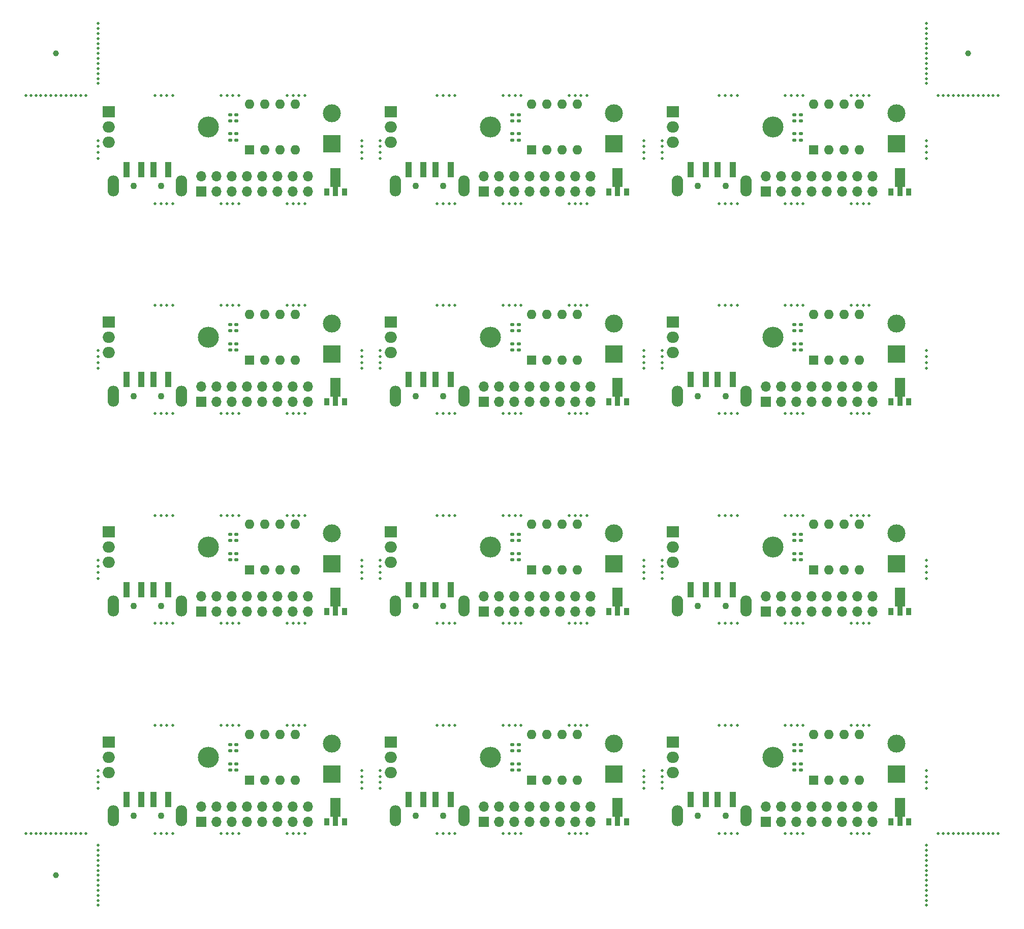
<source format=gts>
%TF.GenerationSoftware,KiCad,Pcbnew,6.0.2*%
%TF.CreationDate,2022-03-13T21:00:17+01:00*%
%TF.ProjectId,panelized,70616e65-6c69-47a6-9564-2e6b69636164,rev?*%
%TF.SameCoordinates,Original*%
%TF.FileFunction,Soldermask,Top*%
%TF.FilePolarity,Negative*%
%FSLAX46Y46*%
G04 Gerber Fmt 4.6, Leading zero omitted, Abs format (unit mm)*
G04 Created by KiCad (PCBNEW 6.0.2) date 2022-03-13 21:00:17*
%MOMM*%
%LPD*%
G01*
G04 APERTURE LIST*
G04 Aperture macros list*
%AMRoundRect*
0 Rectangle with rounded corners*
0 $1 Rounding radius*
0 $2 $3 $4 $5 $6 $7 $8 $9 X,Y pos of 4 corners*
0 Add a 4 corners polygon primitive as box body*
4,1,4,$2,$3,$4,$5,$6,$7,$8,$9,$2,$3,0*
0 Add four circle primitives for the rounded corners*
1,1,$1+$1,$2,$3*
1,1,$1+$1,$4,$5*
1,1,$1+$1,$6,$7*
1,1,$1+$1,$8,$9*
0 Add four rect primitives between the rounded corners*
20,1,$1+$1,$2,$3,$4,$5,0*
20,1,$1+$1,$4,$5,$6,$7,0*
20,1,$1+$1,$6,$7,$8,$9,0*
20,1,$1+$1,$8,$9,$2,$3,0*%
%AMFreePoly0*
4,1,9,3.862500,-0.866500,0.737500,-0.866500,0.737500,-0.450000,-0.737500,-0.450000,-0.737500,0.450000,0.737500,0.450000,0.737500,0.866500,3.862500,0.866500,3.862500,-0.866500,3.862500,-0.866500,$1*%
G04 Aperture macros list end*
%ADD10C,0.500000*%
%ADD11RoundRect,0.135000X0.185000X-0.135000X0.185000X0.135000X-0.185000X0.135000X-0.185000X-0.135000X0*%
%ADD12R,0.900000X1.300000*%
%ADD13FreePoly0,90.000000*%
%ADD14O,3.500000X3.500000*%
%ADD15R,2.000000X1.905000*%
%ADD16O,2.000000X1.905000*%
%ADD17C,1.100000*%
%ADD18R,1.100000X2.500000*%
%ADD19O,1.900000X3.500000*%
%ADD20C,1.000000*%
%ADD21RoundRect,0.135000X-0.185000X0.135000X-0.185000X-0.135000X0.185000X-0.135000X0.185000X0.135000X0*%
%ADD22R,1.700000X1.700000*%
%ADD23O,1.700000X1.700000*%
%ADD24R,1.600000X1.600000*%
%ADD25O,1.600000X1.600000*%
%ADD26R,3.000000X3.000000*%
%ADD27C,3.000000*%
G04 APERTURE END LIST*
D10*
%TO.C,REF\u002A\u002A*%
X28000997Y-33999498D03*
%TD*%
%TO.C,REF\u002A\u002A*%
X28000997Y-29832414D03*
%TD*%
%TO.C,REF\u002A\u002A*%
X39500497Y-58998999D03*
%TD*%
%TO.C,REF\u002A\u002A*%
X75001002Y-121500003D03*
%TD*%
%TO.C,REF\u002A\u002A*%
X133500502Y-76001002D03*
%TD*%
%TO.C,REF\u002A\u002A*%
X109499502Y-128999006D03*
%TD*%
%TO.C,REF\u002A\u002A*%
X98500002Y-58998998D03*
%TD*%
%TO.C,REF\u002A\u002A*%
X165999020Y-173500762D03*
%TD*%
D11*
%TO.C,R3*%
X145100011Y-115200008D03*
X145100011Y-114180008D03*
%TD*%
D10*
%TO.C,REF\u002A\u002A*%
X24335163Y-41000998D03*
%TD*%
%TO.C,REF\u002A\u002A*%
X165999020Y-166833428D03*
%TD*%
%TO.C,REF\u002A\u002A*%
X95500002Y-41000998D03*
%TD*%
%TO.C,REF\u002A\u002A*%
X50499998Y-58998998D03*
%TD*%
%TO.C,REF\u002A\u002A*%
X59499499Y-41000999D03*
%TD*%
%TO.C,REF\u002A\u002A*%
X28000997Y-34832914D03*
%TD*%
D12*
%TO.C,U3*%
X160100011Y-127050008D03*
D13*
X161600011Y-126962508D03*
D12*
X163100011Y-127050008D03*
%TD*%
D10*
%TO.C,REF\u002A\u002A*%
X86500501Y-128999001D03*
%TD*%
%TO.C,REF\u002A\u002A*%
X86500501Y-58998999D03*
%TD*%
%TO.C,REF\u002A\u002A*%
X122001005Y-120500003D03*
%TD*%
%TO.C,REF\u002A\u002A*%
X165999006Y-48499999D03*
%TD*%
D11*
%TO.C,R4*%
X97050004Y-80200003D03*
X97050004Y-79180003D03*
%TD*%
D14*
%TO.C,U2*%
X93430004Y-116290008D03*
D15*
X76770004Y-113750008D03*
D16*
X76770004Y-116290008D03*
X76770004Y-118830008D03*
%TD*%
D10*
%TO.C,REF\u002A\u002A*%
X21834913Y-41000998D03*
%TD*%
D17*
%TO.C,J3*%
X85550004Y-161100013D03*
X80950004Y-161100013D03*
D18*
X86750004Y-158350013D03*
X84250004Y-158350013D03*
X82250004Y-158350013D03*
X79750004Y-158350013D03*
D19*
X88950004Y-161100013D03*
X77550004Y-161100013D03*
%TD*%
D10*
%TO.C,REF\u002A\u002A*%
X165999005Y-49499999D03*
%TD*%
%TO.C,REF\u002A\u002A*%
X51499998Y-163999006D03*
%TD*%
%TO.C,REF\u002A\u002A*%
X169664843Y-41000998D03*
%TD*%
%TO.C,REF\u002A\u002A*%
X122001006Y-51499999D03*
%TD*%
%TO.C,REF\u002A\u002A*%
X71998998Y-49499999D03*
%TD*%
%TO.C,REF\u002A\u002A*%
X84500501Y-128999001D03*
%TD*%
%TO.C,REF\u002A\u002A*%
X28000997Y-168500262D03*
%TD*%
D20*
%TO.C,REF\u002A\u002A*%
X21000997Y-33998998D03*
%TD*%
D10*
%TO.C,REF\u002A\u002A*%
X98500002Y-76001001D03*
%TD*%
D17*
%TO.C,J3*%
X33949997Y-91100003D03*
X38549997Y-91100003D03*
D18*
X39749997Y-88350003D03*
X37249997Y-88350003D03*
X35249997Y-88350003D03*
X32749997Y-88350003D03*
D19*
X41949997Y-91100003D03*
X30549997Y-91100003D03*
%TD*%
D10*
%TO.C,REF\u002A\u002A*%
X51499998Y-93999001D03*
%TD*%
%TO.C,REF\u002A\u002A*%
X165999005Y-84500001D03*
%TD*%
%TO.C,REF\u002A\u002A*%
X97500002Y-76001001D03*
%TD*%
%TO.C,REF\u002A\u002A*%
X118999002Y-84500001D03*
%TD*%
D11*
%TO.C,R3*%
X51099997Y-80200003D03*
X51099997Y-79180003D03*
%TD*%
D10*
%TO.C,REF\u002A\u002A*%
X38500497Y-76001002D03*
%TD*%
D14*
%TO.C,U2*%
X46429997Y-151290013D03*
D15*
X29769997Y-148750013D03*
D16*
X29769997Y-151290013D03*
X29769997Y-153830013D03*
%TD*%
D10*
%TO.C,REF\u002A\u002A*%
X28000997Y-171833928D03*
%TD*%
%TO.C,REF\u002A\u002A*%
X153499508Y-76001000D03*
%TD*%
%TO.C,REF\u002A\u002A*%
X39500497Y-111001006D03*
%TD*%
%TO.C,REF\u002A\u002A*%
X154499508Y-93999002D03*
%TD*%
%TO.C,REF\u002A\u002A*%
X28000997Y-166833428D03*
%TD*%
%TO.C,REF\u002A\u002A*%
X86500501Y-146001010D03*
%TD*%
%TO.C,REF\u002A\u002A*%
X155499508Y-76001000D03*
%TD*%
%TO.C,REF\u002A\u002A*%
X143500005Y-41000998D03*
%TD*%
%TO.C,REF\u002A\u002A*%
X133500502Y-58998999D03*
%TD*%
D11*
%TO.C,R3*%
X98100004Y-115200008D03*
X98100004Y-114180008D03*
%TD*%
D21*
%TO.C,R1*%
X97050004Y-82390003D03*
X97050004Y-83410003D03*
%TD*%
D11*
%TO.C,R4*%
X97050004Y-45199998D03*
X97050004Y-44179998D03*
%TD*%
D10*
%TO.C,REF\u002A\u002A*%
X175498760Y-163999015D03*
%TD*%
D21*
%TO.C,R1*%
X50049997Y-47389998D03*
X50049997Y-48409998D03*
%TD*%
D10*
%TO.C,REF\u002A\u002A*%
X50499998Y-93999001D03*
%TD*%
%TO.C,REF\u002A\u002A*%
X85500501Y-146001010D03*
%TD*%
%TO.C,REF\u002A\u002A*%
X28000997Y-33166081D03*
%TD*%
%TO.C,REF\u002A\u002A*%
X131500502Y-58998999D03*
%TD*%
D22*
%TO.C,J1*%
X45249997Y-92045003D03*
D23*
X45249997Y-89505003D03*
X47789997Y-92045003D03*
X47789997Y-89505003D03*
X50329997Y-92045003D03*
X50329997Y-89505003D03*
X52869997Y-92045003D03*
X52869997Y-89505003D03*
X55409997Y-92045003D03*
X55409997Y-89505003D03*
X57949997Y-92045003D03*
X57949997Y-89505003D03*
X60489997Y-92045003D03*
X60489997Y-89505003D03*
X63029997Y-92045003D03*
X63029997Y-89505003D03*
%TD*%
D21*
%TO.C,R1*%
X97050004Y-117390008D03*
X97050004Y-118410008D03*
%TD*%
D10*
%TO.C,REF\u002A\u002A*%
X62499499Y-163999010D03*
%TD*%
%TO.C,REF\u002A\u002A*%
X95500002Y-146001007D03*
%TD*%
D21*
%TO.C,R2*%
X98100004Y-47389998D03*
X98100004Y-48409998D03*
%TD*%
D10*
%TO.C,REF\u002A\u002A*%
X28000997Y-30665831D03*
%TD*%
%TO.C,REF\u002A\u002A*%
X122001004Y-83500001D03*
%TD*%
D12*
%TO.C,U3*%
X66099997Y-92050003D03*
D13*
X67599997Y-91962503D03*
D12*
X69099997Y-92050003D03*
%TD*%
D10*
%TO.C,REF\u002A\u002A*%
X28000998Y-120500003D03*
%TD*%
D22*
%TO.C,J1*%
X92250004Y-127045008D03*
D23*
X92250004Y-124505008D03*
X94790004Y-127045008D03*
X94790004Y-124505008D03*
X97330004Y-127045008D03*
X97330004Y-124505008D03*
X99870004Y-127045008D03*
X99870004Y-124505008D03*
X102410004Y-127045008D03*
X102410004Y-124505008D03*
X104950004Y-127045008D03*
X104950004Y-124505008D03*
X107490004Y-127045008D03*
X107490004Y-124505008D03*
X110030004Y-127045008D03*
X110030004Y-124505008D03*
%TD*%
D10*
%TO.C,REF\u002A\u002A*%
X118999002Y-83500001D03*
%TD*%
D21*
%TO.C,R2*%
X51099997Y-152390013D03*
X51099997Y-153410013D03*
%TD*%
D10*
%TO.C,REF\u002A\u002A*%
X145500005Y-76001001D03*
%TD*%
%TO.C,REF\u002A\u002A*%
X95500002Y-111001004D03*
%TD*%
%TO.C,REF\u002A\u002A*%
X28000998Y-155500006D03*
%TD*%
%TO.C,REF\u002A\u002A*%
X61499499Y-93999002D03*
%TD*%
%TO.C,REF\u002A\u002A*%
X39500497Y-76001002D03*
%TD*%
D24*
%TO.C,U1*%
X147247011Y-85093003D03*
D25*
X149787011Y-85093003D03*
X152327011Y-85093003D03*
X154867011Y-85093003D03*
X154867011Y-77473003D03*
X152327011Y-77473003D03*
X149787011Y-77473003D03*
X147247011Y-77473003D03*
%TD*%
D10*
%TO.C,REF\u002A\u002A*%
X165999020Y-34832914D03*
%TD*%
%TO.C,REF\u002A\u002A*%
X134500502Y-163999003D03*
%TD*%
%TO.C,REF\u002A\u002A*%
X172165093Y-41000998D03*
%TD*%
%TO.C,REF\u002A\u002A*%
X144500005Y-146001006D03*
%TD*%
%TO.C,REF\u002A\u002A*%
X122001005Y-154500006D03*
%TD*%
D17*
%TO.C,J3*%
X85550004Y-56099998D03*
X80950004Y-56099998D03*
D18*
X86750004Y-53349998D03*
X84250004Y-53349998D03*
X82250004Y-53349998D03*
X79750004Y-53349998D03*
D19*
X77550004Y-56099998D03*
X88950004Y-56099998D03*
%TD*%
D10*
%TO.C,REF\u002A\u002A*%
X165999006Y-153500006D03*
%TD*%
D21*
%TO.C,R2*%
X145100011Y-82390003D03*
X145100011Y-83410003D03*
%TD*%
D10*
%TO.C,REF\u002A\u002A*%
X86500501Y-163999002D03*
%TD*%
%TO.C,REF\u002A\u002A*%
X143500005Y-111001004D03*
%TD*%
%TO.C,REF\u002A\u002A*%
X38500497Y-146001010D03*
%TD*%
%TO.C,REF\u002A\u002A*%
X71998998Y-50499999D03*
%TD*%
%TO.C,REF\u002A\u002A*%
X156499508Y-163999010D03*
%TD*%
%TO.C,REF\u002A\u002A*%
X50499998Y-128999004D03*
%TD*%
D11*
%TO.C,R4*%
X97050004Y-150200013D03*
X97050004Y-149180013D03*
%TD*%
D10*
%TO.C,REF\u002A\u002A*%
X28000997Y-173500762D03*
%TD*%
%TO.C,REF\u002A\u002A*%
X122001005Y-155500006D03*
%TD*%
%TO.C,REF\u002A\u002A*%
X168831426Y-41000998D03*
%TD*%
%TO.C,REF\u002A\u002A*%
X170498260Y-163999015D03*
%TD*%
%TO.C,REF\u002A\u002A*%
X98500002Y-41000999D03*
%TD*%
%TO.C,REF\u002A\u002A*%
X171331676Y-163999015D03*
%TD*%
%TO.C,REF\u002A\u002A*%
X165999020Y-174334178D03*
%TD*%
D22*
%TO.C,J1*%
X92250004Y-162045013D03*
D23*
X92250004Y-159505013D03*
X94790004Y-162045013D03*
X94790004Y-159505013D03*
X97330004Y-162045013D03*
X97330004Y-159505013D03*
X99870004Y-162045013D03*
X99870004Y-159505013D03*
X102410004Y-162045013D03*
X102410004Y-159505013D03*
X104950004Y-162045013D03*
X104950004Y-159505013D03*
X107490004Y-162045013D03*
X107490004Y-159505013D03*
X110030004Y-162045013D03*
X110030004Y-159505013D03*
%TD*%
D10*
%TO.C,REF\u002A\u002A*%
X174665343Y-163999015D03*
%TD*%
%TO.C,REF\u002A\u002A*%
X26001997Y-163999015D03*
%TD*%
%TO.C,REF\u002A\u002A*%
X40500497Y-41000998D03*
%TD*%
%TO.C,REF\u002A\u002A*%
X84500501Y-163999002D03*
%TD*%
%TO.C,REF\u002A\u002A*%
X28000997Y-172667345D03*
%TD*%
%TO.C,REF\u002A\u002A*%
X62499499Y-146001002D03*
%TD*%
D12*
%TO.C,U3*%
X160100011Y-57049998D03*
D13*
X161600011Y-56962498D03*
D12*
X163100011Y-57049998D03*
%TD*%
D10*
%TO.C,REF\u002A\u002A*%
X154499508Y-76001000D03*
%TD*%
%TO.C,REF\u002A\u002A*%
X143500005Y-146001006D03*
%TD*%
D26*
%TO.C,J2*%
X66999997Y-154080013D03*
D27*
X66999997Y-149000013D03*
%TD*%
D10*
%TO.C,REF\u002A\u002A*%
X61499499Y-146001002D03*
%TD*%
%TO.C,REF\u002A\u002A*%
X165999020Y-169333678D03*
%TD*%
%TO.C,REF\u002A\u002A*%
X38500497Y-111001006D03*
%TD*%
%TO.C,REF\u002A\u002A*%
X98500002Y-93999001D03*
%TD*%
%TO.C,REF\u002A\u002A*%
X134500502Y-111001005D03*
%TD*%
D21*
%TO.C,R1*%
X50049997Y-152390013D03*
X50049997Y-153410013D03*
%TD*%
D10*
%TO.C,REF\u002A\u002A*%
X118999001Y-85500001D03*
%TD*%
%TO.C,REF\u002A\u002A*%
X49499998Y-146001006D03*
%TD*%
%TO.C,REF\u002A\u002A*%
X106499502Y-58998998D03*
%TD*%
D22*
%TO.C,J1*%
X45249997Y-127045008D03*
D23*
X45249997Y-124505008D03*
X47789997Y-127045008D03*
X47789997Y-124505008D03*
X50329997Y-127045008D03*
X50329997Y-124505008D03*
X52869997Y-127045008D03*
X52869997Y-124505008D03*
X55409997Y-127045008D03*
X55409997Y-124505008D03*
X57949997Y-127045008D03*
X57949997Y-124505008D03*
X60489997Y-127045008D03*
X60489997Y-124505008D03*
X63029997Y-127045008D03*
X63029997Y-124505008D03*
%TD*%
D10*
%TO.C,REF\u002A\u002A*%
X60499499Y-111001001D03*
%TD*%
D21*
%TO.C,R1*%
X144050011Y-82390003D03*
X144050011Y-83410003D03*
%TD*%
D10*
%TO.C,REF\u002A\u002A*%
X75001001Y-83500001D03*
%TD*%
%TO.C,REF\u002A\u002A*%
X59499499Y-58998998D03*
%TD*%
%TO.C,REF\u002A\u002A*%
X85500501Y-76001002D03*
%TD*%
%TO.C,REF\u002A\u002A*%
X48499998Y-163999005D03*
%TD*%
%TO.C,REF\u002A\u002A*%
X39500497Y-41000998D03*
%TD*%
%TO.C,REF\u002A\u002A*%
X60499499Y-93999002D03*
%TD*%
%TO.C,REF\u002A\u002A*%
X86500501Y-111001006D03*
%TD*%
%TO.C,REF\u002A\u002A*%
X154499508Y-163999009D03*
%TD*%
%TO.C,REF\u002A\u002A*%
X71998998Y-86500001D03*
%TD*%
%TO.C,REF\u002A\u002A*%
X106499502Y-76001000D03*
%TD*%
%TO.C,REF\u002A\u002A*%
X165999020Y-31499248D03*
%TD*%
%TO.C,REF\u002A\u002A*%
X95500002Y-58998999D03*
%TD*%
%TO.C,REF\u002A\u002A*%
X165999020Y-170167095D03*
%TD*%
%TO.C,REF\u002A\u002A*%
X168831426Y-163999015D03*
%TD*%
%TO.C,REF\u002A\u002A*%
X96500002Y-128999003D03*
%TD*%
D24*
%TO.C,U1*%
X53246997Y-120093008D03*
D25*
X55786997Y-120093008D03*
X58326997Y-120093008D03*
X60866997Y-120093008D03*
X60866997Y-112473008D03*
X58326997Y-112473008D03*
X55786997Y-112473008D03*
X53246997Y-112473008D03*
%TD*%
D10*
%TO.C,REF\u002A\u002A*%
X49499998Y-41000998D03*
%TD*%
%TO.C,REF\u002A\u002A*%
X98500002Y-163999006D03*
%TD*%
%TO.C,REF\u002A\u002A*%
X71998998Y-154500006D03*
%TD*%
%TO.C,REF\u002A\u002A*%
X49499998Y-163999006D03*
%TD*%
%TO.C,REF\u002A\u002A*%
X75001002Y-50499999D03*
%TD*%
%TO.C,REF\u002A\u002A*%
X71998998Y-118500003D03*
%TD*%
D26*
%TO.C,J2*%
X161000011Y-119080008D03*
D27*
X161000011Y-114000008D03*
%TD*%
D10*
%TO.C,REF\u002A\u002A*%
X98500002Y-111001003D03*
%TD*%
%TO.C,REF\u002A\u002A*%
X61499499Y-128999006D03*
%TD*%
%TO.C,REF\u002A\u002A*%
X165999005Y-119500003D03*
%TD*%
%TO.C,REF\u002A\u002A*%
X132500502Y-111001006D03*
%TD*%
%TO.C,REF\u002A\u002A*%
X122001005Y-84500001D03*
%TD*%
%TO.C,REF\u002A\u002A*%
X86500501Y-93999000D03*
%TD*%
%TO.C,REF\u002A\u002A*%
X50499998Y-41000999D03*
%TD*%
%TO.C,REF\u002A\u002A*%
X165999020Y-175167595D03*
%TD*%
%TO.C,REF\u002A\u002A*%
X106499502Y-111001002D03*
%TD*%
%TO.C,REF\u002A\u002A*%
X122001005Y-50499999D03*
%TD*%
%TO.C,REF\u002A\u002A*%
X156499508Y-76001000D03*
%TD*%
%TO.C,REF\u002A\u002A*%
X118999001Y-120500003D03*
%TD*%
%TO.C,REF\u002A\u002A*%
X17667830Y-163999015D03*
%TD*%
%TO.C,REF\u002A\u002A*%
X51499998Y-111001003D03*
%TD*%
%TO.C,REF\u002A\u002A*%
X87500501Y-128999002D03*
%TD*%
D21*
%TO.C,R2*%
X51099997Y-47389998D03*
X51099997Y-48409998D03*
%TD*%
D10*
%TO.C,REF\u002A\u002A*%
X71998998Y-153500006D03*
%TD*%
%TO.C,REF\u002A\u002A*%
X131500502Y-76001002D03*
%TD*%
%TO.C,REF\u002A\u002A*%
X156499508Y-146001002D03*
%TD*%
%TO.C,REF\u002A\u002A*%
X71998998Y-156500006D03*
%TD*%
%TO.C,REF\u002A\u002A*%
X107499502Y-58998998D03*
%TD*%
%TO.C,REF\u002A\u002A*%
X28000998Y-86500001D03*
%TD*%
D21*
%TO.C,R1*%
X50049997Y-117390008D03*
X50049997Y-118410008D03*
%TD*%
D11*
%TO.C,R4*%
X50049997Y-45199998D03*
X50049997Y-44179998D03*
%TD*%
D10*
%TO.C,REF\u002A\u002A*%
X28000997Y-35666331D03*
%TD*%
%TO.C,REF\u002A\u002A*%
X153499508Y-58998998D03*
%TD*%
D12*
%TO.C,U3*%
X160100011Y-92050003D03*
D13*
X161600011Y-91962503D03*
D12*
X163100011Y-92050003D03*
%TD*%
D14*
%TO.C,U2*%
X46429997Y-81290003D03*
D15*
X29769997Y-78750003D03*
D16*
X29769997Y-81290003D03*
X29769997Y-83830003D03*
%TD*%
D10*
%TO.C,REF\u002A\u002A*%
X143500005Y-58998999D03*
%TD*%
%TO.C,REF\u002A\u002A*%
X97500002Y-58998998D03*
%TD*%
D21*
%TO.C,R1*%
X97050004Y-47389998D03*
X97050004Y-48409998D03*
%TD*%
D10*
%TO.C,REF\u002A\u002A*%
X165999020Y-33166081D03*
%TD*%
%TO.C,REF\u002A\u002A*%
X40500497Y-146001009D03*
%TD*%
%TO.C,REF\u002A\u002A*%
X84500501Y-41000998D03*
%TD*%
%TO.C,REF\u002A\u002A*%
X28000998Y-118500003D03*
%TD*%
%TO.C,REF\u002A\u002A*%
X106499502Y-163999009D03*
%TD*%
D12*
%TO.C,U3*%
X113100004Y-57049998D03*
D13*
X114600004Y-56962498D03*
D12*
X116100004Y-57049998D03*
%TD*%
D10*
%TO.C,REF\u002A\u002A*%
X61499499Y-76001000D03*
%TD*%
%TO.C,REF\u002A\u002A*%
X165999006Y-118500003D03*
%TD*%
%TO.C,REF\u002A\u002A*%
X28000997Y-166000012D03*
%TD*%
%TO.C,REF\u002A\u002A*%
X75001002Y-86500001D03*
%TD*%
%TO.C,REF\u002A\u002A*%
X16834413Y-163999015D03*
%TD*%
%TO.C,REF\u002A\u002A*%
X155499508Y-41000999D03*
%TD*%
%TO.C,REF\u002A\u002A*%
X118999001Y-121500003D03*
%TD*%
%TO.C,REF\u002A\u002A*%
X62499499Y-58998998D03*
%TD*%
D21*
%TO.C,R1*%
X97050004Y-152390013D03*
X97050004Y-153410013D03*
%TD*%
D10*
%TO.C,REF\u002A\u002A*%
X165999020Y-36499748D03*
%TD*%
%TO.C,REF\u002A\u002A*%
X48499998Y-76001001D03*
%TD*%
D21*
%TO.C,R2*%
X51099997Y-117390008D03*
X51099997Y-118410008D03*
%TD*%
D11*
%TO.C,R4*%
X144050011Y-80200003D03*
X144050011Y-79180003D03*
%TD*%
D10*
%TO.C,REF\u002A\u002A*%
X108499502Y-76001000D03*
%TD*%
%TO.C,REF\u002A\u002A*%
X165999020Y-29832414D03*
%TD*%
%TO.C,REF\u002A\u002A*%
X71998998Y-51499999D03*
%TD*%
%TO.C,REF\u002A\u002A*%
X59499499Y-163999009D03*
%TD*%
D21*
%TO.C,R2*%
X145100011Y-152390013D03*
X145100011Y-153410013D03*
%TD*%
D12*
%TO.C,U3*%
X66099997Y-57049998D03*
D13*
X67599997Y-56962498D03*
D12*
X69099997Y-57049998D03*
%TD*%
D10*
%TO.C,REF\u002A\u002A*%
X165999020Y-171833928D03*
%TD*%
%TO.C,REF\u002A\u002A*%
X142500005Y-41000998D03*
%TD*%
%TO.C,REF\u002A\u002A*%
X48499998Y-111001004D03*
%TD*%
D14*
%TO.C,U2*%
X93430004Y-46289998D03*
D15*
X76770004Y-43749998D03*
D16*
X76770004Y-46289998D03*
X76770004Y-48829998D03*
%TD*%
D26*
%TO.C,J2*%
X66999997Y-119080008D03*
D27*
X66999997Y-114000008D03*
%TD*%
D14*
%TO.C,U2*%
X140430011Y-151290013D03*
D15*
X123770011Y-148750013D03*
D16*
X123770011Y-151290013D03*
X123770011Y-153830013D03*
%TD*%
D10*
%TO.C,REF\u002A\u002A*%
X109499502Y-146001002D03*
%TD*%
%TO.C,REF\u002A\u002A*%
X131500502Y-41000998D03*
%TD*%
%TO.C,REF\u002A\u002A*%
X97500002Y-93999001D03*
%TD*%
%TO.C,REF\u002A\u002A*%
X85500501Y-93999000D03*
%TD*%
%TO.C,REF\u002A\u002A*%
X165999005Y-85500001D03*
%TD*%
%TO.C,REF\u002A\u002A*%
X28000998Y-156500006D03*
%TD*%
%TO.C,REF\u002A\u002A*%
X165999020Y-171000512D03*
%TD*%
%TO.C,REF\u002A\u002A*%
X85500501Y-163999002D03*
%TD*%
%TO.C,REF\u002A\u002A*%
X28000998Y-49499999D03*
%TD*%
%TO.C,REF\u002A\u002A*%
X108499502Y-146001002D03*
%TD*%
%TO.C,REF\u002A\u002A*%
X28000997Y-38166581D03*
%TD*%
%TO.C,REF\u002A\u002A*%
X75001001Y-48499999D03*
%TD*%
%TO.C,REF\u002A\u002A*%
X96500002Y-76001001D03*
%TD*%
%TO.C,REF\u002A\u002A*%
X118999001Y-156500006D03*
%TD*%
%TO.C,REF\u002A\u002A*%
X165999020Y-35666331D03*
%TD*%
%TO.C,REF\u002A\u002A*%
X144500005Y-93999001D03*
%TD*%
D24*
%TO.C,U1*%
X147247011Y-50092998D03*
D25*
X149787011Y-50092998D03*
X152327011Y-50092998D03*
X154867011Y-50092998D03*
X154867011Y-42472998D03*
X152327011Y-42472998D03*
X149787011Y-42472998D03*
X147247011Y-42472998D03*
%TD*%
D26*
%TO.C,J2*%
X66999997Y-84080003D03*
D27*
X66999997Y-79000003D03*
%TD*%
D10*
%TO.C,REF\u002A\u002A*%
X26001997Y-41000998D03*
%TD*%
D21*
%TO.C,R2*%
X98100004Y-152390013D03*
X98100004Y-153410013D03*
%TD*%
D10*
%TO.C,REF\u002A\u002A*%
X28000998Y-48499999D03*
%TD*%
%TO.C,REF\u002A\u002A*%
X156499508Y-111001001D03*
%TD*%
%TO.C,REF\u002A\u002A*%
X59499499Y-128999005D03*
%TD*%
%TO.C,REF\u002A\u002A*%
X122001005Y-85500001D03*
%TD*%
%TO.C,REF\u002A\u002A*%
X165999020Y-176001012D03*
%TD*%
D24*
%TO.C,U1*%
X100247004Y-155093013D03*
D25*
X102787004Y-155093013D03*
X105327004Y-155093013D03*
X107867004Y-155093013D03*
X107867004Y-147473013D03*
X105327004Y-147473013D03*
X102787004Y-147473013D03*
X100247004Y-147473013D03*
%TD*%
D10*
%TO.C,REF\u002A\u002A*%
X176332176Y-41000998D03*
%TD*%
D22*
%TO.C,J1*%
X139250011Y-57044998D03*
D23*
X139250011Y-54504998D03*
X141790011Y-57044998D03*
X141790011Y-54504998D03*
X144330011Y-57044998D03*
X144330011Y-54504998D03*
X146870011Y-57044998D03*
X146870011Y-54504998D03*
X149410011Y-57044998D03*
X149410011Y-54504998D03*
X151950011Y-57044998D03*
X151950011Y-54504998D03*
X154490011Y-57044998D03*
X154490011Y-54504998D03*
X157030011Y-57044998D03*
X157030011Y-54504998D03*
%TD*%
D10*
%TO.C,REF\u002A\u002A*%
X144500005Y-111001003D03*
%TD*%
%TO.C,REF\u002A\u002A*%
X122001006Y-156500006D03*
%TD*%
%TO.C,REF\u002A\u002A*%
X84500501Y-111001006D03*
%TD*%
%TO.C,REF\u002A\u002A*%
X37500497Y-76001002D03*
%TD*%
D21*
%TO.C,R1*%
X50049997Y-82390003D03*
X50049997Y-83410003D03*
%TD*%
%TO.C,R2*%
X98100004Y-82390003D03*
X98100004Y-83410003D03*
%TD*%
D10*
%TO.C,REF\u002A\u002A*%
X131500502Y-93999000D03*
%TD*%
%TO.C,REF\u002A\u002A*%
X154499508Y-41000999D03*
%TD*%
D17*
%TO.C,J3*%
X33949997Y-161100013D03*
X38549997Y-161100013D03*
D18*
X39749997Y-158350013D03*
X37249997Y-158350013D03*
X35249997Y-158350013D03*
X32749997Y-158350013D03*
D19*
X30549997Y-161100013D03*
X41949997Y-161100013D03*
%TD*%
D12*
%TO.C,U3*%
X113100004Y-92050003D03*
D13*
X114600004Y-91962503D03*
D12*
X116100004Y-92050003D03*
%TD*%
D10*
%TO.C,REF\u002A\u002A*%
X50499998Y-76001001D03*
%TD*%
%TO.C,REF\u002A\u002A*%
X131500502Y-146001010D03*
%TD*%
D24*
%TO.C,U1*%
X100247004Y-50092998D03*
D25*
X102787004Y-50092998D03*
X105327004Y-50092998D03*
X107867004Y-50092998D03*
X107867004Y-42472998D03*
X105327004Y-42472998D03*
X102787004Y-42472998D03*
X100247004Y-42472998D03*
%TD*%
D10*
%TO.C,REF\u002A\u002A*%
X118999002Y-118500003D03*
%TD*%
%TO.C,REF\u002A\u002A*%
X155499508Y-58998998D03*
%TD*%
D21*
%TO.C,R1*%
X144050011Y-152390013D03*
X144050011Y-153410013D03*
%TD*%
D11*
%TO.C,R4*%
X50049997Y-80200003D03*
X50049997Y-79180003D03*
%TD*%
D10*
%TO.C,REF\u002A\u002A*%
X48499998Y-93999001D03*
%TD*%
D26*
%TO.C,J2*%
X161000011Y-49079998D03*
D27*
X161000011Y-43999998D03*
%TD*%
D10*
%TO.C,REF\u002A\u002A*%
X75001001Y-119500003D03*
%TD*%
%TO.C,REF\u002A\u002A*%
X144500005Y-76001001D03*
%TD*%
%TO.C,REF\u002A\u002A*%
X21834913Y-163999015D03*
%TD*%
%TO.C,REF\u002A\u002A*%
X143500005Y-163999006D03*
%TD*%
%TO.C,REF\u002A\u002A*%
X62499499Y-93999002D03*
%TD*%
%TO.C,REF\u002A\u002A*%
X40500497Y-111001005D03*
%TD*%
D11*
%TO.C,R4*%
X144050011Y-150200013D03*
X144050011Y-149180013D03*
%TD*%
D14*
%TO.C,U2*%
X140430011Y-81290003D03*
D15*
X123770011Y-78750003D03*
D16*
X123770011Y-81290003D03*
X123770011Y-83830003D03*
%TD*%
D21*
%TO.C,R2*%
X51099997Y-82390003D03*
X51099997Y-83410003D03*
%TD*%
D10*
%TO.C,REF\u002A\u002A*%
X95500002Y-163999005D03*
%TD*%
D17*
%TO.C,J3*%
X38549997Y-56099998D03*
X33949997Y-56099998D03*
D18*
X39749997Y-53349998D03*
X37249997Y-53349998D03*
X35249997Y-53349998D03*
X32749997Y-53349998D03*
D19*
X30549997Y-56099998D03*
X41949997Y-56099998D03*
%TD*%
D26*
%TO.C,J2*%
X161000011Y-154080013D03*
D27*
X161000011Y-149000013D03*
%TD*%
D10*
%TO.C,REF\u002A\u002A*%
X108499502Y-41000999D03*
%TD*%
%TO.C,REF\u002A\u002A*%
X142500005Y-93999001D03*
%TD*%
D21*
%TO.C,R2*%
X145100011Y-47389998D03*
X145100011Y-48409998D03*
%TD*%
D10*
%TO.C,REF\u002A\u002A*%
X16000997Y-41000998D03*
%TD*%
%TO.C,REF\u002A\u002A*%
X28000997Y-170167095D03*
%TD*%
%TO.C,REF\u002A\u002A*%
X71998998Y-84500001D03*
%TD*%
%TO.C,REF\u002A\u002A*%
X50499998Y-146001006D03*
%TD*%
%TO.C,REF\u002A\u002A*%
X134500502Y-128999002D03*
%TD*%
D26*
%TO.C,J2*%
X114000004Y-49079998D03*
D27*
X114000004Y-43999998D03*
%TD*%
D10*
%TO.C,REF\u002A\u002A*%
X19334663Y-163999015D03*
%TD*%
D11*
%TO.C,R3*%
X98100004Y-45199998D03*
X98100004Y-44179998D03*
%TD*%
D10*
%TO.C,REF\u002A\u002A*%
X49499998Y-111001004D03*
%TD*%
%TO.C,REF\u002A\u002A*%
X75001001Y-154500006D03*
%TD*%
%TO.C,REF\u002A\u002A*%
X51499998Y-58998998D03*
%TD*%
%TO.C,REF\u002A\u002A*%
X177165593Y-163999015D03*
%TD*%
%TO.C,REF\u002A\u002A*%
X107499502Y-93999002D03*
%TD*%
%TO.C,REF\u002A\u002A*%
X38500497Y-128999001D03*
%TD*%
D17*
%TO.C,J3*%
X132550011Y-126100008D03*
X127950011Y-126100008D03*
D18*
X133750011Y-123350008D03*
X131250011Y-123350008D03*
X129250011Y-123350008D03*
X126750011Y-123350008D03*
D19*
X135950011Y-126100008D03*
X124550011Y-126100008D03*
%TD*%
D10*
%TO.C,REF\u002A\u002A*%
X60499499Y-41000999D03*
%TD*%
%TO.C,REF\u002A\u002A*%
X51499998Y-128999004D03*
%TD*%
%TO.C,REF\u002A\u002A*%
X95500002Y-128999003D03*
%TD*%
%TO.C,REF\u002A\u002A*%
X28000997Y-32332664D03*
%TD*%
%TO.C,REF\u002A\u002A*%
X118999002Y-154500006D03*
%TD*%
%TO.C,REF\u002A\u002A*%
X84500501Y-146001010D03*
%TD*%
%TO.C,REF\u002A\u002A*%
X23501747Y-163999015D03*
%TD*%
%TO.C,REF\u002A\u002A*%
X37500497Y-163999002D03*
%TD*%
%TO.C,REF\u002A\u002A*%
X156499508Y-41000999D03*
%TD*%
%TO.C,REF\u002A\u002A*%
X28000998Y-50499999D03*
%TD*%
%TO.C,REF\u002A\u002A*%
X40500497Y-163999003D03*
%TD*%
%TO.C,REF\u002A\u002A*%
X107499502Y-146001003D03*
%TD*%
%TO.C,REF\u002A\u002A*%
X48499998Y-41000998D03*
%TD*%
%TO.C,REF\u002A\u002A*%
X71998998Y-155500006D03*
%TD*%
%TO.C,REF\u002A\u002A*%
X37500497Y-93999000D03*
%TD*%
%TO.C,REF\u002A\u002A*%
X134500502Y-41000998D03*
%TD*%
%TO.C,REF\u002A\u002A*%
X75001001Y-118500003D03*
%TD*%
%TO.C,REF\u002A\u002A*%
X153499508Y-128999005D03*
%TD*%
%TO.C,REF\u002A\u002A*%
X145500005Y-58998998D03*
%TD*%
D22*
%TO.C,J1*%
X139250011Y-162045013D03*
D23*
X139250011Y-159505013D03*
X141790011Y-162045013D03*
X141790011Y-159505013D03*
X144330011Y-162045013D03*
X144330011Y-159505013D03*
X146870011Y-162045013D03*
X146870011Y-159505013D03*
X149410011Y-162045013D03*
X149410011Y-159505013D03*
X151950011Y-162045013D03*
X151950011Y-159505013D03*
X154490011Y-162045013D03*
X154490011Y-159505013D03*
X157030011Y-162045013D03*
X157030011Y-159505013D03*
%TD*%
D10*
%TO.C,REF\u002A\u002A*%
X165999004Y-156500006D03*
%TD*%
%TO.C,REF\u002A\u002A*%
X71998998Y-85500001D03*
%TD*%
%TO.C,REF\u002A\u002A*%
X132500502Y-128999001D03*
%TD*%
%TO.C,REF\u002A\u002A*%
X108499502Y-111001001D03*
%TD*%
D11*
%TO.C,R3*%
X98100004Y-80200003D03*
X98100004Y-79180003D03*
%TD*%
D21*
%TO.C,R2*%
X145100011Y-117390008D03*
X145100011Y-118410008D03*
%TD*%
D10*
%TO.C,REF\u002A\u002A*%
X165999020Y-33999498D03*
%TD*%
D14*
%TO.C,U2*%
X140430011Y-116290008D03*
D15*
X123770011Y-113750008D03*
D16*
X123770011Y-116290008D03*
X123770011Y-118830008D03*
%TD*%
D10*
%TO.C,REF\u002A\u002A*%
X37500497Y-58998999D03*
%TD*%
%TO.C,REF\u002A\u002A*%
X175498760Y-41000998D03*
%TD*%
D24*
%TO.C,U1*%
X53246997Y-155093013D03*
D25*
X55786997Y-155093013D03*
X58326997Y-155093013D03*
X60866997Y-155093013D03*
X60866997Y-147473013D03*
X58326997Y-147473013D03*
X55786997Y-147473013D03*
X53246997Y-147473013D03*
%TD*%
D10*
%TO.C,REF\u002A\u002A*%
X177999010Y-163999015D03*
%TD*%
D24*
%TO.C,U1*%
X100247004Y-120093008D03*
D25*
X102787004Y-120093008D03*
X105327004Y-120093008D03*
X107867004Y-120093008D03*
X107867004Y-112473008D03*
X105327004Y-112473008D03*
X102787004Y-112473008D03*
X100247004Y-112473008D03*
%TD*%
D24*
%TO.C,U1*%
X147247011Y-155093013D03*
D25*
X149787011Y-155093013D03*
X152327011Y-155093013D03*
X154867011Y-155093013D03*
X154867011Y-147473013D03*
X152327011Y-147473013D03*
X149787011Y-147473013D03*
X147247011Y-147473013D03*
%TD*%
D10*
%TO.C,REF\u002A\u002A*%
X61499499Y-111001001D03*
%TD*%
%TO.C,REF\u002A\u002A*%
X28000998Y-119500003D03*
%TD*%
D12*
%TO.C,U3*%
X160100011Y-162050013D03*
D13*
X161600011Y-161962513D03*
D12*
X163100011Y-162050013D03*
%TD*%
D10*
%TO.C,REF\u002A\u002A*%
X85500501Y-58998999D03*
%TD*%
D11*
%TO.C,R4*%
X50049997Y-115200008D03*
X50049997Y-114180008D03*
%TD*%
D10*
%TO.C,REF\u002A\u002A*%
X145500005Y-163999006D03*
%TD*%
D17*
%TO.C,J3*%
X127950011Y-56099998D03*
X132550011Y-56099998D03*
D18*
X133750011Y-53349998D03*
X131250011Y-53349998D03*
X129250011Y-53349998D03*
X126750011Y-53349998D03*
D19*
X135950011Y-56099998D03*
X124550011Y-56099998D03*
%TD*%
D10*
%TO.C,REF\u002A\u002A*%
X143500005Y-128999003D03*
%TD*%
%TO.C,REF\u002A\u002A*%
X133500502Y-146001010D03*
%TD*%
%TO.C,REF\u002A\u002A*%
X165999004Y-121500003D03*
%TD*%
%TO.C,REF\u002A\u002A*%
X155499508Y-146001002D03*
%TD*%
%TO.C,REF\u002A\u002A*%
X165999005Y-154500006D03*
%TD*%
%TO.C,REF\u002A\u002A*%
X165999020Y-166000012D03*
%TD*%
%TO.C,REF\u002A\u002A*%
X97500002Y-128999004D03*
%TD*%
%TO.C,REF\u002A\u002A*%
X85500501Y-41000998D03*
%TD*%
%TO.C,REF\u002A\u002A*%
X122001004Y-118500003D03*
%TD*%
%TO.C,REF\u002A\u002A*%
X107499502Y-76001000D03*
%TD*%
%TO.C,REF\u002A\u002A*%
X131500502Y-128999001D03*
%TD*%
%TO.C,REF\u002A\u002A*%
X109499502Y-93999002D03*
%TD*%
%TO.C,REF\u002A\u002A*%
X118999001Y-155500006D03*
%TD*%
D26*
%TO.C,J2*%
X114000004Y-154080013D03*
D27*
X114000004Y-149000013D03*
%TD*%
D10*
%TO.C,REF\u002A\u002A*%
X107499502Y-128999006D03*
%TD*%
%TO.C,REF\u002A\u002A*%
X96500002Y-58998999D03*
%TD*%
%TO.C,REF\u002A\u002A*%
X59499499Y-111001002D03*
%TD*%
D12*
%TO.C,U3*%
X66099997Y-127050008D03*
D13*
X67599997Y-126962508D03*
D12*
X69099997Y-127050008D03*
%TD*%
D22*
%TO.C,J1*%
X139250011Y-92045003D03*
D23*
X139250011Y-89505003D03*
X141790011Y-92045003D03*
X141790011Y-89505003D03*
X144330011Y-92045003D03*
X144330011Y-89505003D03*
X146870011Y-92045003D03*
X146870011Y-89505003D03*
X149410011Y-92045003D03*
X149410011Y-89505003D03*
X151950011Y-92045003D03*
X151950011Y-89505003D03*
X154490011Y-92045003D03*
X154490011Y-89505003D03*
X157030011Y-92045003D03*
X157030011Y-89505003D03*
%TD*%
D10*
%TO.C,REF\u002A\u002A*%
X28000997Y-169333678D03*
%TD*%
%TO.C,REF\u002A\u002A*%
X49499998Y-128999003D03*
%TD*%
%TO.C,REF\u002A\u002A*%
X20168080Y-41000998D03*
%TD*%
%TO.C,REF\u002A\u002A*%
X109499502Y-58998998D03*
%TD*%
%TO.C,REF\u002A\u002A*%
X95500002Y-76001001D03*
%TD*%
%TO.C,REF\u002A\u002A*%
X24335163Y-163999015D03*
%TD*%
%TO.C,REF\u002A\u002A*%
X106499502Y-41000999D03*
%TD*%
D11*
%TO.C,R3*%
X145100011Y-80200003D03*
X145100011Y-79180003D03*
%TD*%
%TO.C,R4*%
X50049997Y-150200013D03*
X50049997Y-149180013D03*
%TD*%
D10*
%TO.C,REF\u002A\u002A*%
X25168580Y-163999015D03*
%TD*%
%TO.C,REF\u002A\u002A*%
X145500005Y-146001006D03*
%TD*%
%TO.C,REF\u002A\u002A*%
X155499508Y-163999010D03*
%TD*%
%TO.C,REF\u002A\u002A*%
X142500005Y-128999003D03*
%TD*%
%TO.C,REF\u002A\u002A*%
X118999002Y-49499999D03*
%TD*%
%TO.C,REF\u002A\u002A*%
X75001002Y-120500003D03*
%TD*%
%TO.C,REF\u002A\u002A*%
X122001004Y-153500006D03*
%TD*%
%TO.C,REF\u002A\u002A*%
X165999005Y-155500006D03*
%TD*%
%TO.C,REF\u002A\u002A*%
X20168080Y-163999015D03*
%TD*%
%TO.C,REF\u002A\u002A*%
X28000997Y-174334178D03*
%TD*%
%TO.C,REF\u002A\u002A*%
X59499499Y-93999002D03*
%TD*%
%TO.C,REF\u002A\u002A*%
X118999002Y-119500003D03*
%TD*%
%TO.C,REF\u002A\u002A*%
X71998998Y-120500003D03*
%TD*%
%TO.C,REF\u002A\u002A*%
X87500501Y-111001005D03*
%TD*%
%TO.C,REF\u002A\u002A*%
X167998010Y-41000998D03*
%TD*%
D14*
%TO.C,U2*%
X46429997Y-116290008D03*
D15*
X29769997Y-113750008D03*
D16*
X29769997Y-116290008D03*
X29769997Y-118830008D03*
%TD*%
D10*
%TO.C,REF\u002A\u002A*%
X144500005Y-163999006D03*
%TD*%
D17*
%TO.C,J3*%
X127950011Y-161100013D03*
X132550011Y-161100013D03*
D18*
X133750011Y-158350013D03*
X131250011Y-158350013D03*
X129250011Y-158350013D03*
X126750011Y-158350013D03*
D19*
X135950011Y-161100013D03*
X124550011Y-161100013D03*
%TD*%
D10*
%TO.C,REF\u002A\u002A*%
X84500501Y-76001002D03*
%TD*%
%TO.C,REF\u002A\u002A*%
X96500002Y-163999006D03*
%TD*%
%TO.C,REF\u002A\u002A*%
X118999002Y-153500006D03*
%TD*%
%TO.C,REF\u002A\u002A*%
X87500501Y-146001009D03*
%TD*%
D20*
%TO.C,REF\u002A\u002A*%
X172999010Y-33998998D03*
%TD*%
D10*
%TO.C,REF\u002A\u002A*%
X165999006Y-83500001D03*
%TD*%
D11*
%TO.C,R4*%
X144050011Y-45199998D03*
X144050011Y-44179998D03*
%TD*%
%TO.C,R3*%
X51099997Y-150200013D03*
X51099997Y-149180013D03*
%TD*%
D10*
%TO.C,REF\u002A\u002A*%
X172165093Y-163999015D03*
%TD*%
%TO.C,REF\u002A\u002A*%
X131500502Y-111001006D03*
%TD*%
%TO.C,REF\u002A\u002A*%
X39500497Y-128999001D03*
%TD*%
%TO.C,REF\u002A\u002A*%
X17667830Y-41000998D03*
%TD*%
%TO.C,REF\u002A\u002A*%
X75001002Y-155500006D03*
%TD*%
%TO.C,REF\u002A\u002A*%
X165999020Y-172667345D03*
%TD*%
%TO.C,REF\u002A\u002A*%
X108499502Y-58998998D03*
%TD*%
%TO.C,REF\u002A\u002A*%
X40500497Y-128999002D03*
%TD*%
%TO.C,REF\u002A\u002A*%
X28000998Y-153500006D03*
%TD*%
%TO.C,REF\u002A\u002A*%
X84500501Y-93999000D03*
%TD*%
%TO.C,REF\u002A\u002A*%
X153499508Y-146001003D03*
%TD*%
%TO.C,REF\u002A\u002A*%
X122001004Y-48499999D03*
%TD*%
%TO.C,REF\u002A\u002A*%
X165999020Y-38166581D03*
%TD*%
%TO.C,REF\u002A\u002A*%
X75001001Y-49499999D03*
%TD*%
%TO.C,REF\u002A\u002A*%
X153499508Y-163999009D03*
%TD*%
%TO.C,REF\u002A\u002A*%
X154499508Y-58998998D03*
%TD*%
%TO.C,REF\u002A\u002A*%
X132500502Y-146001010D03*
%TD*%
%TO.C,REF\u002A\u002A*%
X85500501Y-128999001D03*
%TD*%
D12*
%TO.C,U3*%
X66099997Y-162050013D03*
D13*
X67599997Y-161962513D03*
D12*
X69099997Y-162050013D03*
%TD*%
D24*
%TO.C,U1*%
X53246997Y-50092998D03*
D25*
X55786997Y-50092998D03*
X58326997Y-50092998D03*
X60866997Y-50092998D03*
X60866997Y-42472998D03*
X58326997Y-42472998D03*
X55786997Y-42472998D03*
X53246997Y-42472998D03*
%TD*%
D26*
%TO.C,J2*%
X114000004Y-84080003D03*
D27*
X114000004Y-79000003D03*
%TD*%
D10*
%TO.C,REF\u002A\u002A*%
X38500497Y-58998999D03*
%TD*%
D20*
%TO.C,REF\u002A\u002A*%
X21000997Y-171001012D03*
%TD*%
D10*
%TO.C,REF\u002A\u002A*%
X108499502Y-93999002D03*
%TD*%
D17*
%TO.C,J3*%
X80950004Y-126100008D03*
X85550004Y-126100008D03*
D18*
X86750004Y-123350008D03*
X84250004Y-123350008D03*
X82250004Y-123350008D03*
X79750004Y-123350008D03*
D19*
X77550004Y-126100008D03*
X88950004Y-126100008D03*
%TD*%
D10*
%TO.C,REF\u002A\u002A*%
X165999020Y-38999998D03*
%TD*%
%TO.C,REF\u002A\u002A*%
X109499502Y-111001001D03*
%TD*%
%TO.C,REF\u002A\u002A*%
X16834413Y-41000998D03*
%TD*%
%TO.C,REF\u002A\u002A*%
X18501247Y-41000998D03*
%TD*%
%TO.C,REF\u002A\u002A*%
X153499508Y-111001002D03*
%TD*%
%TO.C,REF\u002A\u002A*%
X62499499Y-111001001D03*
%TD*%
%TO.C,REF\u002A\u002A*%
X87500501Y-163999003D03*
%TD*%
%TO.C,REF\u002A\u002A*%
X59499499Y-146001003D03*
%TD*%
%TO.C,REF\u002A\u002A*%
X122001006Y-86500001D03*
%TD*%
%TO.C,REF\u002A\u002A*%
X71998998Y-121500003D03*
%TD*%
%TO.C,REF\u002A\u002A*%
X134500502Y-58998999D03*
%TD*%
D17*
%TO.C,J3*%
X38549997Y-126100008D03*
X33949997Y-126100008D03*
D18*
X39749997Y-123350008D03*
X37249997Y-123350008D03*
X35249997Y-123350008D03*
X32749997Y-123350008D03*
D19*
X41949997Y-126100008D03*
X30549997Y-126100008D03*
%TD*%
D10*
%TO.C,REF\u002A\u002A*%
X87500501Y-41000998D03*
%TD*%
%TO.C,REF\u002A\u002A*%
X18501247Y-163999015D03*
%TD*%
%TO.C,REF\u002A\u002A*%
X144500005Y-58998998D03*
%TD*%
%TO.C,REF\u002A\u002A*%
X171331676Y-41000998D03*
%TD*%
%TO.C,REF\u002A\u002A*%
X97500002Y-146001006D03*
%TD*%
D22*
%TO.C,J1*%
X139250011Y-127045008D03*
D23*
X139250011Y-124505008D03*
X141790011Y-127045008D03*
X141790011Y-124505008D03*
X144330011Y-127045008D03*
X144330011Y-124505008D03*
X146870011Y-127045008D03*
X146870011Y-124505008D03*
X149410011Y-127045008D03*
X149410011Y-124505008D03*
X151950011Y-127045008D03*
X151950011Y-124505008D03*
X154490011Y-127045008D03*
X154490011Y-124505008D03*
X157030011Y-127045008D03*
X157030011Y-124505008D03*
%TD*%
D10*
%TO.C,REF\u002A\u002A*%
X131500502Y-163999002D03*
%TD*%
%TO.C,REF\u002A\u002A*%
X16000997Y-163999015D03*
%TD*%
%TO.C,REF\u002A\u002A*%
X50499998Y-111001003D03*
%TD*%
%TO.C,REF\u002A\u002A*%
X50499998Y-163999006D03*
%TD*%
%TO.C,REF\u002A\u002A*%
X165999005Y-120500003D03*
%TD*%
D12*
%TO.C,U3*%
X113100004Y-127050008D03*
D13*
X114600004Y-126962508D03*
D12*
X116100004Y-127050008D03*
%TD*%
D10*
%TO.C,REF\u002A\u002A*%
X132500502Y-58998999D03*
%TD*%
%TO.C,REF\u002A\u002A*%
X59499499Y-76001000D03*
%TD*%
%TO.C,REF\u002A\u002A*%
X28000998Y-85500001D03*
%TD*%
D26*
%TO.C,J2*%
X66999997Y-49079998D03*
D27*
X66999997Y-43999998D03*
%TD*%
D10*
%TO.C,REF\u002A\u002A*%
X38500497Y-163999002D03*
%TD*%
%TO.C,REF\u002A\u002A*%
X133500502Y-41000998D03*
%TD*%
%TO.C,REF\u002A\u002A*%
X75001002Y-51499999D03*
%TD*%
%TO.C,REF\u002A\u002A*%
X122001005Y-119500003D03*
%TD*%
D26*
%TO.C,J2*%
X114000004Y-119080008D03*
D27*
X114000004Y-114000008D03*
%TD*%
D10*
%TO.C,REF\u002A\u002A*%
X87500501Y-58998999D03*
%TD*%
%TO.C,REF\u002A\u002A*%
X165999020Y-168500262D03*
%TD*%
%TO.C,REF\u002A\u002A*%
X134500502Y-146001009D03*
%TD*%
%TO.C,REF\u002A\u002A*%
X145500005Y-128999004D03*
%TD*%
%TO.C,REF\u002A\u002A*%
X154499508Y-128999006D03*
%TD*%
%TO.C,REF\u002A\u002A*%
X49499998Y-76001001D03*
%TD*%
%TO.C,REF\u002A\u002A*%
X98500002Y-128999004D03*
%TD*%
%TO.C,REF\u002A\u002A*%
X75001002Y-156500006D03*
%TD*%
%TO.C,REF\u002A\u002A*%
X71998998Y-119500003D03*
%TD*%
%TO.C,REF\u002A\u002A*%
X98500002Y-146001006D03*
%TD*%
D14*
%TO.C,U2*%
X93430004Y-151290013D03*
D15*
X76770004Y-148750013D03*
D16*
X76770004Y-151290013D03*
X76770004Y-153830013D03*
%TD*%
D22*
%TO.C,J1*%
X92250004Y-57044998D03*
D23*
X92250004Y-54504998D03*
X94790004Y-57044998D03*
X94790004Y-54504998D03*
X97330004Y-57044998D03*
X97330004Y-54504998D03*
X99870004Y-57044998D03*
X99870004Y-54504998D03*
X102410004Y-57044998D03*
X102410004Y-54504998D03*
X104950004Y-57044998D03*
X104950004Y-54504998D03*
X107490004Y-57044998D03*
X107490004Y-54504998D03*
X110030004Y-57044998D03*
X110030004Y-54504998D03*
%TD*%
D10*
%TO.C,REF\u002A\u002A*%
X75001001Y-153500006D03*
%TD*%
%TO.C,REF\u002A\u002A*%
X118999002Y-48499999D03*
%TD*%
D21*
%TO.C,R1*%
X144050011Y-47389998D03*
X144050011Y-48409998D03*
%TD*%
D10*
%TO.C,REF\u002A\u002A*%
X156499508Y-93999002D03*
%TD*%
D11*
%TO.C,R4*%
X144050011Y-115200008D03*
X144050011Y-114180008D03*
%TD*%
D10*
%TO.C,REF\u002A\u002A*%
X133500502Y-111001006D03*
%TD*%
%TO.C,REF\u002A\u002A*%
X172998510Y-41000998D03*
%TD*%
%TO.C,REF\u002A\u002A*%
X60499499Y-58998998D03*
%TD*%
%TO.C,REF\u002A\u002A*%
X109499502Y-41000999D03*
%TD*%
%TO.C,REF\u002A\u002A*%
X145500005Y-93999001D03*
%TD*%
D11*
%TO.C,R3*%
X145100011Y-150200013D03*
X145100011Y-149180013D03*
%TD*%
D17*
%TO.C,J3*%
X132550011Y-91100003D03*
X127950011Y-91100003D03*
D18*
X133750011Y-88350003D03*
X131250011Y-88350003D03*
X129250011Y-88350003D03*
X126750011Y-88350003D03*
D19*
X135950011Y-91100003D03*
X124550011Y-91100003D03*
%TD*%
D10*
%TO.C,REF\u002A\u002A*%
X28000998Y-83500001D03*
%TD*%
%TO.C,REF\u002A\u002A*%
X165999004Y-86500001D03*
%TD*%
D11*
%TO.C,R3*%
X145100011Y-45199998D03*
X145100011Y-44179998D03*
%TD*%
D10*
%TO.C,REF\u002A\u002A*%
X60499499Y-163999009D03*
%TD*%
%TO.C,REF\u002A\u002A*%
X28000998Y-51499999D03*
%TD*%
%TO.C,REF\u002A\u002A*%
X144500005Y-128999004D03*
%TD*%
%TO.C,REF\u002A\u002A*%
X133500502Y-163999002D03*
%TD*%
D14*
%TO.C,U2*%
X46429997Y-46289998D03*
D15*
X29769997Y-43749998D03*
D16*
X29769997Y-46289998D03*
X29769997Y-48829998D03*
%TD*%
D10*
%TO.C,REF\u002A\u002A*%
X28000997Y-28998998D03*
%TD*%
%TO.C,REF\u002A\u002A*%
X122001005Y-49499999D03*
%TD*%
%TO.C,REF\u002A\u002A*%
X23501747Y-41000998D03*
%TD*%
%TO.C,REF\u002A\u002A*%
X145500005Y-41000999D03*
%TD*%
%TO.C,REF\u002A\u002A*%
X37500497Y-146001010D03*
%TD*%
%TO.C,REF\u002A\u002A*%
X28000997Y-38999998D03*
%TD*%
%TO.C,REF\u002A\u002A*%
X156499508Y-58998998D03*
%TD*%
%TO.C,REF\u002A\u002A*%
X165999020Y-28998998D03*
%TD*%
%TO.C,REF\u002A\u002A*%
X37500497Y-41000998D03*
%TD*%
%TO.C,REF\u002A\u002A*%
X108499502Y-128999006D03*
%TD*%
%TO.C,REF\u002A\u002A*%
X28000997Y-31499248D03*
%TD*%
%TO.C,REF\u002A\u002A*%
X107499502Y-111001001D03*
%TD*%
%TO.C,REF\u002A\u002A*%
X75001001Y-84500001D03*
%TD*%
%TO.C,REF\u002A\u002A*%
X28000997Y-167666845D03*
%TD*%
D14*
%TO.C,U2*%
X93430004Y-81290003D03*
D15*
X76770004Y-78750003D03*
D16*
X76770004Y-81290003D03*
X76770004Y-83830003D03*
%TD*%
D10*
%TO.C,REF\u002A\u002A*%
X49499998Y-93999001D03*
%TD*%
%TO.C,REF\u002A\u002A*%
X21001497Y-41000998D03*
%TD*%
%TO.C,REF\u002A\u002A*%
X169664843Y-163999015D03*
%TD*%
%TO.C,REF\u002A\u002A*%
X28000997Y-171000512D03*
%TD*%
%TO.C,REF\u002A\u002A*%
X28000997Y-175167595D03*
%TD*%
%TO.C,REF\u002A\u002A*%
X21001497Y-163999015D03*
%TD*%
D11*
%TO.C,R3*%
X51099997Y-115200008D03*
X51099997Y-114180008D03*
%TD*%
D10*
%TO.C,REF\u002A\u002A*%
X156499508Y-128999006D03*
%TD*%
%TO.C,REF\u002A\u002A*%
X25168580Y-41000998D03*
%TD*%
%TO.C,REF\u002A\u002A*%
X39500497Y-146001010D03*
%TD*%
%TO.C,REF\u002A\u002A*%
X22668330Y-41000998D03*
%TD*%
%TO.C,REF\u002A\u002A*%
X86500501Y-76001002D03*
%TD*%
%TO.C,REF\u002A\u002A*%
X37500497Y-111001006D03*
%TD*%
%TO.C,REF\u002A\u002A*%
X28000998Y-121500003D03*
%TD*%
%TO.C,REF\u002A\u002A*%
X174665343Y-41000998D03*
%TD*%
%TO.C,REF\u002A\u002A*%
X39500497Y-163999002D03*
%TD*%
%TO.C,REF\u002A\u002A*%
X97500002Y-41000999D03*
%TD*%
%TO.C,REF\u002A\u002A*%
X71998998Y-48499999D03*
%TD*%
%TO.C,REF\u002A\u002A*%
X37500497Y-128999001D03*
%TD*%
%TO.C,REF\u002A\u002A*%
X177165593Y-41000998D03*
%TD*%
%TO.C,REF\u002A\u002A*%
X153499508Y-41000999D03*
%TD*%
%TO.C,REF\u002A\u002A*%
X48499998Y-128999003D03*
%TD*%
%TO.C,REF\u002A\u002A*%
X62499499Y-41000999D03*
%TD*%
%TO.C,REF\u002A\u002A*%
X106499502Y-146001003D03*
%TD*%
%TO.C,REF\u002A\u002A*%
X61499499Y-41000999D03*
%TD*%
%TO.C,REF\u002A\u002A*%
X62499499Y-76001000D03*
%TD*%
%TO.C,REF\u002A\u002A*%
X167998010Y-163999015D03*
%TD*%
%TO.C,REF\u002A\u002A*%
X107499502Y-41000999D03*
%TD*%
%TO.C,REF\u002A\u002A*%
X60499499Y-76001000D03*
%TD*%
%TO.C,REF\u002A\u002A*%
X132500502Y-163999002D03*
%TD*%
%TO.C,REF\u002A\u002A*%
X51499998Y-146001006D03*
%TD*%
%TO.C,REF\u002A\u002A*%
X154499508Y-146001003D03*
%TD*%
%TO.C,REF\u002A\u002A*%
X28000997Y-37333164D03*
%TD*%
%TO.C,REF\u002A\u002A*%
X19334663Y-41000998D03*
%TD*%
%TO.C,REF\u002A\u002A*%
X84500501Y-58998999D03*
%TD*%
%TO.C,REF\u002A\u002A*%
X87500501Y-93999000D03*
%TD*%
%TO.C,REF\u002A\u002A*%
X133500502Y-93999000D03*
%TD*%
D21*
%TO.C,R2*%
X98100004Y-117390008D03*
X98100004Y-118410008D03*
%TD*%
D10*
%TO.C,REF\u002A\u002A*%
X97500002Y-111001003D03*
%TD*%
D24*
%TO.C,U1*%
X53246997Y-85093003D03*
D25*
X55786997Y-85093003D03*
X58326997Y-85093003D03*
X60866997Y-85093003D03*
X60866997Y-77473003D03*
X58326997Y-77473003D03*
X55786997Y-77473003D03*
X53246997Y-77473003D03*
%TD*%
D10*
%TO.C,REF\u002A\u002A*%
X51499998Y-41000999D03*
%TD*%
%TO.C,REF\u002A\u002A*%
X22668330Y-163999015D03*
%TD*%
D11*
%TO.C,R4*%
X97050004Y-115200008D03*
X97050004Y-114180008D03*
%TD*%
D10*
%TO.C,REF\u002A\u002A*%
X143500005Y-76001001D03*
%TD*%
%TO.C,REF\u002A\u002A*%
X107499502Y-163999009D03*
%TD*%
%TO.C,REF\u002A\u002A*%
X154499508Y-111001001D03*
%TD*%
%TO.C,REF\u002A\u002A*%
X165999020Y-167666845D03*
%TD*%
%TO.C,REF\u002A\u002A*%
X40500497Y-93999000D03*
%TD*%
%TO.C,REF\u002A\u002A*%
X177999010Y-41000998D03*
%TD*%
%TO.C,REF\u002A\u002A*%
X97500002Y-163999006D03*
%TD*%
%TO.C,REF\u002A\u002A*%
X28000997Y-176001012D03*
%TD*%
D17*
%TO.C,J3*%
X80950004Y-91100003D03*
X85550004Y-91100003D03*
D18*
X86750004Y-88350003D03*
X84250004Y-88350003D03*
X82250004Y-88350003D03*
X79750004Y-88350003D03*
D19*
X77550004Y-91100003D03*
X88950004Y-91100003D03*
%TD*%
D10*
%TO.C,REF\u002A\u002A*%
X155499508Y-93999002D03*
%TD*%
%TO.C,REF\u002A\u002A*%
X118999001Y-86500001D03*
%TD*%
%TO.C,REF\u002A\u002A*%
X75001002Y-85500001D03*
%TD*%
%TO.C,REF\u002A\u002A*%
X153499508Y-93999002D03*
%TD*%
%TO.C,REF\u002A\u002A*%
X165999020Y-37333164D03*
%TD*%
%TO.C,REF\u002A\u002A*%
X28000998Y-84500001D03*
%TD*%
%TO.C,REF\u002A\u002A*%
X143500005Y-93999001D03*
%TD*%
%TO.C,REF\u002A\u002A*%
X172998510Y-163999015D03*
%TD*%
%TO.C,REF\u002A\u002A*%
X144500005Y-41000999D03*
%TD*%
%TO.C,REF\u002A\u002A*%
X38500497Y-93999000D03*
%TD*%
%TO.C,REF\u002A\u002A*%
X122001006Y-121500003D03*
%TD*%
%TO.C,REF\u002A\u002A*%
X96500002Y-111001004D03*
%TD*%
%TO.C,REF\u002A\u002A*%
X48499998Y-146001007D03*
%TD*%
%TO.C,REF\u002A\u002A*%
X85500501Y-111001006D03*
%TD*%
%TO.C,REF\u002A\u002A*%
X155499508Y-128999006D03*
%TD*%
%TO.C,REF\u002A\u002A*%
X142500005Y-111001004D03*
%TD*%
%TO.C,REF\u002A\u002A*%
X95500002Y-93999001D03*
%TD*%
%TO.C,REF\u002A\u002A*%
X61499499Y-163999010D03*
%TD*%
%TO.C,REF\u002A\u002A*%
X51499998Y-76001001D03*
%TD*%
%TO.C,REF\u002A\u002A*%
X96500002Y-146001006D03*
%TD*%
D11*
%TO.C,R3*%
X51099997Y-45199998D03*
X51099997Y-44179998D03*
%TD*%
D10*
%TO.C,REF\u002A\u002A*%
X106499502Y-128999005D03*
%TD*%
%TO.C,REF\u002A\u002A*%
X142500005Y-146001007D03*
%TD*%
%TO.C,REF\u002A\u002A*%
X49499998Y-58998999D03*
%TD*%
D24*
%TO.C,U1*%
X100247004Y-85093003D03*
D25*
X102787004Y-85093003D03*
X105327004Y-85093003D03*
X107867004Y-85093003D03*
X107867004Y-77473003D03*
X105327004Y-77473003D03*
X102787004Y-77473003D03*
X100247004Y-77473003D03*
%TD*%
D21*
%TO.C,R1*%
X144050011Y-117390008D03*
X144050011Y-118410008D03*
%TD*%
D10*
%TO.C,REF\u002A\u002A*%
X133500502Y-128999001D03*
%TD*%
%TO.C,REF\u002A\u002A*%
X132500502Y-41000998D03*
%TD*%
%TO.C,REF\u002A\u002A*%
X61499499Y-58998998D03*
%TD*%
D26*
%TO.C,J2*%
X161000011Y-84080003D03*
D27*
X161000011Y-79000003D03*
%TD*%
D10*
%TO.C,REF\u002A\u002A*%
X62499499Y-128999006D03*
%TD*%
%TO.C,REF\u002A\u002A*%
X165999020Y-30665831D03*
%TD*%
%TO.C,REF\u002A\u002A*%
X173831926Y-41000998D03*
%TD*%
%TO.C,REF\u002A\u002A*%
X109499502Y-163999010D03*
%TD*%
%TO.C,REF\u002A\u002A*%
X134500502Y-76001002D03*
%TD*%
%TO.C,REF\u002A\u002A*%
X118999001Y-51499999D03*
%TD*%
%TO.C,REF\u002A\u002A*%
X165999020Y-32332664D03*
%TD*%
%TO.C,REF\u002A\u002A*%
X142500005Y-163999005D03*
%TD*%
D11*
%TO.C,R3*%
X98100004Y-150200013D03*
X98100004Y-149180013D03*
%TD*%
D10*
%TO.C,REF\u002A\u002A*%
X134500502Y-93999000D03*
%TD*%
%TO.C,REF\u002A\u002A*%
X28000997Y-36499748D03*
%TD*%
%TO.C,REF\u002A\u002A*%
X170498260Y-41000998D03*
%TD*%
%TO.C,REF\u002A\u002A*%
X155499508Y-111001001D03*
%TD*%
D14*
%TO.C,U2*%
X140430011Y-46289998D03*
D15*
X123770011Y-43749998D03*
D16*
X123770011Y-46289998D03*
X123770011Y-48829998D03*
%TD*%
D10*
%TO.C,REF\u002A\u002A*%
X38500497Y-41000998D03*
%TD*%
%TO.C,REF\u002A\u002A*%
X142500005Y-76001001D03*
%TD*%
D12*
%TO.C,U3*%
X113100004Y-162050013D03*
D13*
X114600004Y-161962513D03*
D12*
X116100004Y-162050013D03*
%TD*%
D10*
%TO.C,REF\u002A\u002A*%
X109499502Y-76001000D03*
%TD*%
%TO.C,REF\u002A\u002A*%
X39500497Y-93999000D03*
%TD*%
%TO.C,REF\u002A\u002A*%
X118999001Y-50499999D03*
%TD*%
D22*
%TO.C,J1*%
X92250004Y-92045003D03*
D23*
X92250004Y-89505003D03*
X94790004Y-92045003D03*
X94790004Y-89505003D03*
X97330004Y-92045003D03*
X97330004Y-89505003D03*
X99870004Y-92045003D03*
X99870004Y-89505003D03*
X102410004Y-92045003D03*
X102410004Y-89505003D03*
X104950004Y-92045003D03*
X104950004Y-89505003D03*
X107490004Y-92045003D03*
X107490004Y-89505003D03*
X110030004Y-92045003D03*
X110030004Y-89505003D03*
%TD*%
D10*
%TO.C,REF\u002A\u002A*%
X145500005Y-111001003D03*
%TD*%
%TO.C,REF\u002A\u002A*%
X60499499Y-146001003D03*
%TD*%
%TO.C,REF\u002A\u002A*%
X176332176Y-163999015D03*
%TD*%
%TO.C,REF\u002A\u002A*%
X132500502Y-93999000D03*
%TD*%
%TO.C,REF\u002A\u002A*%
X165999005Y-50499999D03*
%TD*%
%TO.C,REF\u002A\u002A*%
X173831926Y-163999015D03*
%TD*%
D22*
%TO.C,J1*%
X45249997Y-57044998D03*
D23*
X45249997Y-54504998D03*
X47789997Y-57044998D03*
X47789997Y-54504998D03*
X50329997Y-57044998D03*
X50329997Y-54504998D03*
X52869997Y-57044998D03*
X52869997Y-54504998D03*
X55409997Y-57044998D03*
X55409997Y-54504998D03*
X57949997Y-57044998D03*
X57949997Y-54504998D03*
X60489997Y-57044998D03*
X60489997Y-54504998D03*
X63029997Y-57044998D03*
X63029997Y-54504998D03*
%TD*%
D10*
%TO.C,REF\u002A\u002A*%
X106499502Y-93999002D03*
%TD*%
%TO.C,REF\u002A\u002A*%
X40500497Y-76001002D03*
%TD*%
%TO.C,REF\u002A\u002A*%
X96500002Y-41000998D03*
%TD*%
%TO.C,REF\u002A\u002A*%
X108499502Y-163999010D03*
%TD*%
%TO.C,REF\u002A\u002A*%
X132500502Y-76001002D03*
%TD*%
%TO.C,REF\u002A\u002A*%
X40500497Y-58998999D03*
%TD*%
%TO.C,REF\u002A\u002A*%
X48499998Y-58998999D03*
%TD*%
%TO.C,REF\u002A\u002A*%
X165999004Y-51499999D03*
%TD*%
D22*
%TO.C,J1*%
X45249997Y-162045013D03*
D23*
X45249997Y-159505013D03*
X47789997Y-162045013D03*
X47789997Y-159505013D03*
X50329997Y-162045013D03*
X50329997Y-159505013D03*
X52869997Y-162045013D03*
X52869997Y-159505013D03*
X55409997Y-162045013D03*
X55409997Y-159505013D03*
X57949997Y-162045013D03*
X57949997Y-159505013D03*
X60489997Y-162045013D03*
X60489997Y-159505013D03*
X63029997Y-162045013D03*
X63029997Y-159505013D03*
%TD*%
D10*
%TO.C,REF\u002A\u002A*%
X87500501Y-76001002D03*
%TD*%
%TO.C,REF\u002A\u002A*%
X28000998Y-154500006D03*
%TD*%
%TO.C,REF\u002A\u002A*%
X142500005Y-58998999D03*
%TD*%
D24*
%TO.C,U1*%
X147247011Y-120093008D03*
D25*
X149787011Y-120093008D03*
X152327011Y-120093008D03*
X154867011Y-120093008D03*
X154867011Y-112473008D03*
X152327011Y-112473008D03*
X149787011Y-112473008D03*
X147247011Y-112473008D03*
%TD*%
D10*
%TO.C,REF\u002A\u002A*%
X86500501Y-41000998D03*
%TD*%
%TO.C,REF\u002A\u002A*%
X96500002Y-93999001D03*
%TD*%
%TO.C,REF\u002A\u002A*%
X60499499Y-128999006D03*
%TD*%
%TO.C,REF\u002A\u002A*%
X71998998Y-83500001D03*
%TD*%
M02*

</source>
